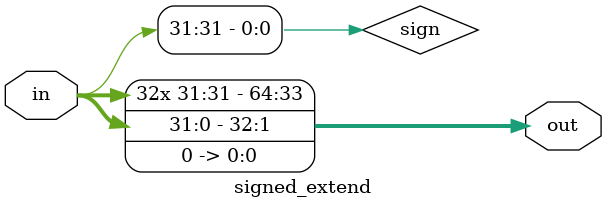
<source format=sv>
`resetall
`timescale 1ns / 1ps
`default_nettype none

module signed_extend #(
    parameter ORIGINAL_BITS = 32,
    parameter LEADING_BITS = 32,
    parameter FOLLOWING_BITS = 1
) (
    input  wire logic [LEADING_BITS-1:0] in,
    output      logic [ORIGINAL_BITS+LEADING_BITS+FOLLOWING_BITS-1:0] out
);

    logic sign;

    assign sign = in[LEADING_BITS-1];
    assign out = { { LEADING_BITS{sign} }, in, { FOLLOWING_BITS{1'b0} } };

endmodule

`resetall

</source>
